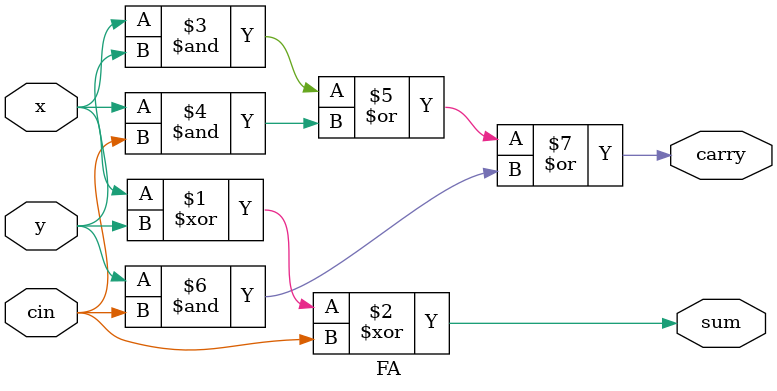
<source format=v>
module wallace(input [3:0] x, input [3:0] y, output [7:0] result);

    wire sum11, sum12, sum13, sum14, sum15, sum22, sum23, sum24, sum25, sum26, sum32, sum33, sum34, sum35, sum36, sum37;
    wire carry11, carry12, carry13, carry14, carry15, carry22, carry23, carry24, carry25, carry26, carry32, carry33, carry34, carry35, carry36, carry37;
    wire [6:0] prod0, prod1, prod2, prod3;

    assign  prod3 = x & {4{y[3]}};
    assign  prod2 = x & {4{y[2]}};
    assign  prod1 = x & {4{y[1]}};
    assign  prod0 = x & {4{y[0]}};
    assign result[0] = prod0[0];
    assign result[1] = sum11;
    assign result[2] = sum22;
    assign result[3] = sum32;
    assign result[4] = sum34;
    assign result[5] = sum35;
    assign result[6] = sum36;
    assign result[7] = sum37;

    FA ha11 (prod0[1], prod1[0], 1'b0 ,  sum11, carry11);
    FA fa12 (prod0[2], prod1[1], prod2[0], sum12, carry12);
    FA fa13 (prod0[3], prod1[2], prod2[1], sum13, carry13);
    FA fa14 (prod1[3], prod2[2], prod3[1], sum14, carry14);
    HA ha15 (prod2[3], prod3[2], sum15, carry15);
    FA ha22 (1'b0, carry11, sum12, sum22, carry22);
    FA fa23 (prod3[0], carry12, sum13, sum23, carry23);
    FA fa24 (carry13, carry32, sum14, sum24, carry24);
    FA fa25 (carry14, carry24, sum15, sum25, carry25);
    FA fa26 (carry15, carry25, prod3[3], sum26, carry26);
    HA ha32(carry22, sum23, sum32, carry32);
    HA ha34(carry23, sum24, sum34, carry34);
    HA ha35(carry34, sum25, sum35, carry35);
    HA ha36(carry35, sum26, sum36, carry36);
    HA ha37(carry36, carry26, sum37, carry37);
endmodule

module HA(input x,  input y,  output sum,  output carry);
    assign sum = x ^ y;
    assign carry = x & y;
endmodule

module FA(input x,  input y,  input cin,  output sum,  output carry);
    assign sum = x ^ y ^ cin;
    assign carry = (x & y) | (x & cin) | (y & cin);
endmodule

</source>
